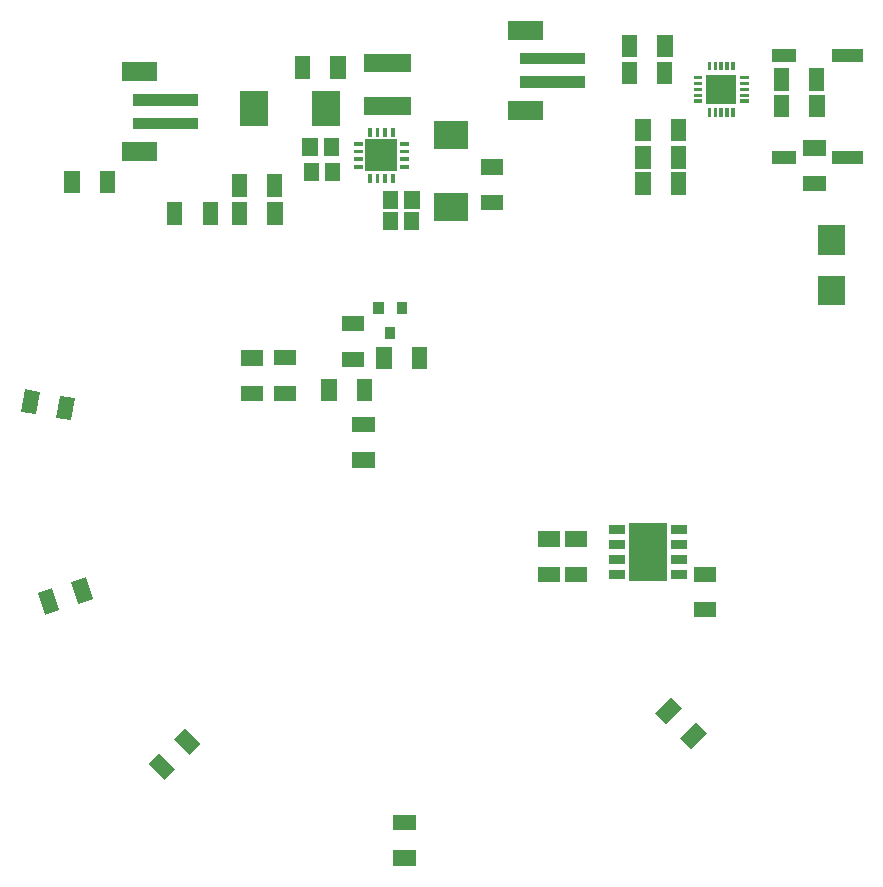
<source format=gbr>
G04 start of page 11 for group -4014 idx -4014 *
G04 Title: (unknown), bottompaste *
G04 Creator: pcb 4.2.0 *
G04 CreationDate: Sun Feb  2 22:12:39 2020 UTC *
G04 For: blinken *
G04 Format: Gerber/RS-274X *
G04 PCB-Dimensions (mm): 90.16 90.16 *
G04 PCB-Coordinate-Origin: lower left *
%MOMM*%
%FSLAX43Y43*%
%LNBOTTOMPASTE*%
%ADD84C,0.002*%
G54D84*G36*
X75610Y77160D02*Y76060D01*
X78210D01*
Y77160D01*
X75610D01*
G37*
G36*
Y85800D02*Y84700D01*
X78210D01*
Y85800D01*
X75610D01*
G37*
G36*
X70500Y77160D02*Y76060D01*
X72600D01*
Y77160D01*
X70500D01*
G37*
G36*
Y85800D02*Y84700D01*
X72600D01*
Y85800D01*
X70500D01*
G37*
G36*
X62129Y86981D02*X60829D01*
Y85081D01*
X62129D01*
Y86981D01*
G37*
G36*
X59130D02*X57830D01*
Y85081D01*
X59130D01*
Y86981D01*
G37*
G36*
X62113Y84660D02*X60813D01*
Y82760D01*
X62113D01*
Y84660D01*
G37*
G36*
X59113D02*X57813D01*
Y82760D01*
X59113D01*
Y84660D01*
G37*
G36*
X67390Y80739D02*X67091D01*
Y80010D01*
X67390D01*
Y80739D01*
G37*
G36*
X66890D02*X66590D01*
Y80010D01*
X66890D01*
Y80739D01*
G37*
G36*
X66390D02*X66090D01*
Y80010D01*
X66390D01*
Y80739D01*
G37*
G36*
X65890D02*X65590D01*
Y80010D01*
X65890D01*
Y80739D01*
G37*
G36*
X63910Y81489D02*Y81190D01*
X64639D01*
Y81489D01*
X63910D01*
G37*
G36*
Y81990D02*Y81690D01*
X64639D01*
Y81990D01*
X63910D01*
G37*
G36*
Y82490D02*Y82190D01*
X64639D01*
Y82490D01*
X63910D01*
G37*
G36*
Y82990D02*Y82690D01*
X64639D01*
Y82990D01*
X63910D01*
G37*
G36*
Y83490D02*Y83191D01*
X64639D01*
Y83490D01*
X63910D01*
G37*
G36*
X64990Y82340D02*Y81090D01*
X66240D01*
Y82340D01*
X64990D01*
G37*
G36*
X66240D02*Y81090D01*
X67490D01*
Y82340D01*
X66240D01*
G37*
G36*
Y83590D02*Y82340D01*
X67490D01*
Y83590D01*
X66240D01*
G37*
G36*
X64990D02*Y82340D01*
X66240D01*
Y83590D01*
X64990D01*
G37*
G36*
X65389Y84671D02*X65090D01*
Y83942D01*
X65389D01*
Y84671D01*
G37*
G36*
X65890D02*X65590D01*
Y83942D01*
X65890D01*
Y84671D01*
G37*
G36*
X66390D02*X66090D01*
Y83942D01*
X66390D01*
Y84671D01*
G37*
G36*
X66890D02*X66590D01*
Y83942D01*
X66890D01*
Y84671D01*
G37*
G36*
X67390D02*X67091D01*
Y83942D01*
X67390D01*
Y84671D01*
G37*
G36*
X67842Y83490D02*Y83191D01*
X68571D01*
Y83490D01*
X67842D01*
G37*
G36*
Y82990D02*Y82690D01*
X68571D01*
Y82990D01*
X67842D01*
G37*
G36*
Y82490D02*Y82190D01*
X68571D01*
Y82490D01*
X67842D01*
G37*
G36*
Y81990D02*Y81690D01*
X68571D01*
Y81990D01*
X67842D01*
G37*
G36*
Y81489D02*Y81190D01*
X68571D01*
Y81489D01*
X67842D01*
G37*
G36*
X65389Y80739D02*X65090D01*
Y80010D01*
X65389D01*
Y80739D01*
G37*
G36*
X63258Y75327D02*X61958D01*
Y73427D01*
X63258D01*
Y75327D01*
G37*
G36*
X60258D02*X58958D01*
Y73427D01*
X60258D01*
Y75327D01*
G37*
G36*
X60274Y77507D02*X58974D01*
Y75607D01*
X60274D01*
Y77507D01*
G37*
G36*
X63273D02*X61973D01*
Y75607D01*
X63273D01*
Y77507D01*
G37*
G36*
X60256Y79871D02*X58956D01*
Y77971D01*
X60256D01*
Y79871D01*
G37*
G36*
X63256D02*X61956D01*
Y77971D01*
X63256D01*
Y79871D01*
G37*
G36*
X36007Y81697D02*Y80197D01*
X40007D01*
Y81697D01*
X36007D01*
G37*
G36*
Y85297D02*Y83797D01*
X40007D01*
Y85297D01*
X36007D01*
G37*
G36*
X35110Y77885D02*Y77585D01*
X35910D01*
Y77885D01*
X35110D01*
G37*
G36*
Y77235D02*Y76935D01*
X35910D01*
Y77235D01*
X35110D01*
G37*
G36*
Y76585D02*Y76285D01*
X35910D01*
Y76585D01*
X35110D01*
G37*
G36*
Y75935D02*Y75635D01*
X35910D01*
Y75935D01*
X35110D01*
G37*
G36*
X39010D02*Y75635D01*
X39810D01*
Y75935D01*
X39010D01*
G37*
G36*
Y76585D02*Y76285D01*
X39810D01*
Y76585D01*
X39010D01*
G37*
G36*
Y77235D02*Y76935D01*
X39810D01*
Y77235D01*
X39010D01*
G37*
G36*
Y77885D02*Y77585D01*
X39810D01*
Y77885D01*
X39010D01*
G37*
G36*
X36635Y75210D02*X36335D01*
Y74410D01*
X36635D01*
Y75210D01*
G37*
G36*
X37285D02*X36985D01*
Y74410D01*
X37285D01*
Y75210D01*
G37*
G36*
X37935D02*X37635D01*
Y74410D01*
X37935D01*
Y75210D01*
G37*
G36*
X38585D02*X38285D01*
Y74410D01*
X38585D01*
Y75210D01*
G37*
G36*
Y79110D02*X38285D01*
Y78310D01*
X38585D01*
Y79110D01*
G37*
G36*
X37935D02*X37635D01*
Y78310D01*
X37935D01*
Y79110D01*
G37*
G36*
X37285D02*X36985D01*
Y78310D01*
X37285D01*
Y79110D01*
G37*
G36*
X36635D02*X36335D01*
Y78310D01*
X36635D01*
Y79110D01*
G37*
G36*
X36110Y78110D02*Y75410D01*
X38810D01*
Y78110D01*
X36110D01*
G37*
G36*
X41940Y79700D02*Y77300D01*
X44840D01*
Y79700D01*
X41940D01*
G37*
G36*
Y73600D02*Y71200D01*
X44840D01*
Y73600D01*
X41940D01*
G37*
G36*
X45870Y76420D02*Y75120D01*
X47770D01*
Y76420D01*
X45870D01*
G37*
G36*
Y73420D02*Y72120D01*
X47770D01*
Y73420D01*
X45870D01*
G37*
G36*
X49190Y85450D02*Y84450D01*
X54690D01*
Y85450D01*
X49190D01*
G37*
G36*
Y83450D02*Y82450D01*
X54690D01*
Y83450D01*
X49190D01*
G37*
G36*
X48190Y88150D02*Y86550D01*
X51190D01*
Y88150D01*
X48190D01*
G37*
G36*
Y81350D02*Y79750D01*
X51190D01*
Y81350D01*
X48190D01*
G37*
G36*
X33890Y78200D02*X32590D01*
Y76700D01*
X33890D01*
Y78200D01*
G37*
G36*
X32090D02*X30790D01*
Y76700D01*
X32090D01*
Y78200D01*
G37*
G36*
X27859Y82162D02*X25459D01*
Y79262D01*
X27859D01*
Y82162D01*
G37*
G36*
X33959D02*X31559D01*
Y79262D01*
X33959D01*
Y82162D01*
G37*
G36*
X40690Y71950D02*X39390D01*
Y70450D01*
X40690D01*
Y71950D01*
G37*
G36*
X38890D02*X37590D01*
Y70450D01*
X38890D01*
Y71950D01*
G37*
G36*
X20626Y72795D02*X19326D01*
Y70895D01*
X20626D01*
Y72795D01*
G37*
G36*
X23626D02*X22326D01*
Y70895D01*
X23626D01*
Y72795D01*
G37*
G36*
X29124Y72781D02*X27824D01*
Y70881D01*
X29124D01*
Y72781D01*
G37*
G36*
X26124D02*X24824D01*
Y70881D01*
X26124D01*
Y72781D01*
G37*
G36*
X29094Y75157D02*X27794D01*
Y73257D01*
X29094D01*
Y75157D01*
G37*
G36*
X26094D02*X24794D01*
Y73257D01*
X26094D01*
Y75157D01*
G37*
G36*
X34439Y85138D02*X33139D01*
Y83239D01*
X34439D01*
Y85138D01*
G37*
G36*
X31439D02*X30139D01*
Y83239D01*
X31439D01*
Y85138D01*
G37*
G36*
X11920Y75448D02*X10620D01*
Y73548D01*
X11920D01*
Y75448D01*
G37*
G36*
X14920D02*X13620D01*
Y73548D01*
X14920D01*
Y75448D01*
G37*
G36*
X41351Y60524D02*X40051D01*
Y58624D01*
X41351D01*
Y60524D01*
G37*
G36*
X38351D02*X37051D01*
Y58624D01*
X38351D01*
Y60524D01*
G37*
G36*
X36697Y57825D02*X35397D01*
Y55925D01*
X36697D01*
Y57825D01*
G37*
G36*
X33698D02*X32398D01*
Y55925D01*
X33698D01*
Y57825D01*
G37*
G36*
X37653Y64343D02*X36790D01*
Y63327D01*
X37653D01*
Y64343D01*
G37*
G36*
X39634D02*X38771D01*
Y63327D01*
X39634D01*
Y64343D01*
G37*
G36*
X38644Y62260D02*X37780D01*
Y61244D01*
X38644D01*
Y62260D01*
G37*
G36*
X28354Y57268D02*Y55968D01*
X30254D01*
Y57268D01*
X28354D01*
G37*
G36*
Y60268D02*Y58968D01*
X30254D01*
Y60268D01*
X28354D01*
G37*
G36*
X25584Y60241D02*Y58941D01*
X27484D01*
Y60241D01*
X25584D01*
G37*
G36*
Y57241D02*Y55941D01*
X27484D01*
Y57241D01*
X25584D01*
G37*
G36*
X35016Y51615D02*Y50315D01*
X36916D01*
Y51615D01*
X35016D01*
G37*
G36*
Y54615D02*Y53315D01*
X36916D01*
Y54615D01*
X35016D01*
G37*
G36*
X61630Y45600D02*X58430D01*
Y40700D01*
X61630D01*
Y45600D01*
G37*
G36*
X56730Y41620D02*Y40870D01*
X58080D01*
Y41620D01*
X56730D01*
G37*
G36*
Y42890D02*Y42140D01*
X58080D01*
Y42890D01*
X56730D01*
G37*
G36*
Y44160D02*Y43410D01*
X58080D01*
Y44160D01*
X56730D01*
G37*
G36*
Y45430D02*Y44680D01*
X58080D01*
Y45430D01*
X56730D01*
G37*
G36*
X61980Y41620D02*Y40870D01*
X63330D01*
Y41620D01*
X61980D01*
G37*
G36*
Y42890D02*Y42140D01*
X63330D01*
Y42890D01*
X61980D01*
G37*
G36*
Y44160D02*Y43410D01*
X63330D01*
Y44160D01*
X61980D01*
G37*
G36*
Y45430D02*Y44680D01*
X63330D01*
Y45430D01*
X61980D01*
G37*
G36*
X52998Y44908D02*Y43609D01*
X54898D01*
Y44908D01*
X52998D01*
G37*
G36*
Y41909D02*Y40609D01*
X54898D01*
Y41909D01*
X52998D01*
G37*
G36*
X63941Y38941D02*Y37641D01*
X65841D01*
Y38941D01*
X63941D01*
G37*
G36*
Y41940D02*Y40640D01*
X65841D01*
Y41940D01*
X63941D01*
G37*
G36*
X50714Y44912D02*Y43612D01*
X52614D01*
Y44912D01*
X50714D01*
G37*
G36*
Y41913D02*Y40613D01*
X52614D01*
Y41913D01*
X50714D01*
G37*
G36*
X62895Y29936D02*X61976Y30855D01*
X60633Y29512D01*
X61552Y28592D01*
X62895Y29936D01*
G37*
G36*
X65017Y27814D02*X64097Y28734D01*
X62754Y27390D01*
X63673Y26471D01*
X65017Y27814D01*
G37*
G36*
X38475Y20898D02*Y19598D01*
X40375D01*
Y20898D01*
X38475D01*
G37*
G36*
Y17899D02*Y16599D01*
X40375D01*
Y17899D01*
X38475D01*
G37*
G36*
X20802Y28258D02*X19883Y27339D01*
X21227Y25996D01*
X22146Y26915D01*
X20802Y28258D01*
G37*
G36*
X18681Y26137D02*X17762Y25218D01*
X19106Y23874D01*
X20025Y24794D01*
X18681Y26137D01*
G37*
G36*
X12464Y41015D02*X11228Y40613D01*
X11815Y38806D01*
X13051Y39208D01*
X12464Y41015D01*
G37*
G36*
X9611Y40088D02*X8375Y39686D01*
X8962Y37879D01*
X10198Y38281D01*
X9611Y40088D01*
G37*
G36*
X11526Y56184D02*X10246Y56410D01*
X9916Y54539D01*
X11196Y54313D01*
X11526Y56184D01*
G37*
G36*
X8572Y56705D02*X7292Y56931D01*
X6962Y55059D01*
X8242Y54834D01*
X8572Y56705D01*
G37*
G36*
X76760Y66560D02*X74460D01*
Y64060D01*
X76760D01*
Y66560D01*
G37*
G36*
Y70860D02*X74460D01*
Y68360D01*
X76760D01*
Y70860D01*
G37*
G36*
X38900Y73750D02*X37600D01*
Y72250D01*
X38900D01*
Y73750D01*
G37*
G36*
X40700D02*X39400D01*
Y72250D01*
X40700D01*
Y73750D01*
G37*
G36*
X74984Y84113D02*X73684D01*
Y82214D01*
X74984D01*
Y84113D01*
G37*
G36*
X71984D02*X70684D01*
Y82214D01*
X71984D01*
Y84113D01*
G37*
G36*
X74993Y81861D02*X73693D01*
Y79962D01*
X74993D01*
Y81861D01*
G37*
G36*
X71993D02*X70693D01*
Y79962D01*
X71993D01*
Y81861D01*
G37*
G36*
X73192Y78036D02*Y76736D01*
X75092D01*
Y78036D01*
X73192D01*
G37*
G36*
Y75036D02*Y73736D01*
X75092D01*
Y75036D01*
X73192D01*
G37*
G36*
X33990Y76070D02*X32690D01*
Y74570D01*
X33990D01*
Y76070D01*
G37*
G36*
X32190D02*X30890D01*
Y74570D01*
X32190D01*
Y76070D01*
G37*
G36*
X16470Y81950D02*Y80950D01*
X21970D01*
Y81950D01*
X16470D01*
G37*
G36*
Y79950D02*Y78950D01*
X21970D01*
Y79950D01*
X16470D01*
G37*
G36*
X15470Y84650D02*Y83050D01*
X18470D01*
Y84650D01*
X15470D01*
G37*
G36*
Y77850D02*Y76250D01*
X18470D01*
Y77850D01*
X15470D01*
G37*
G36*
X34095Y63142D02*Y61842D01*
X35995D01*
Y63142D01*
X34095D01*
G37*
G36*
Y60142D02*Y58842D01*
X35995D01*
Y60142D01*
X34095D01*
G37*
M02*

</source>
